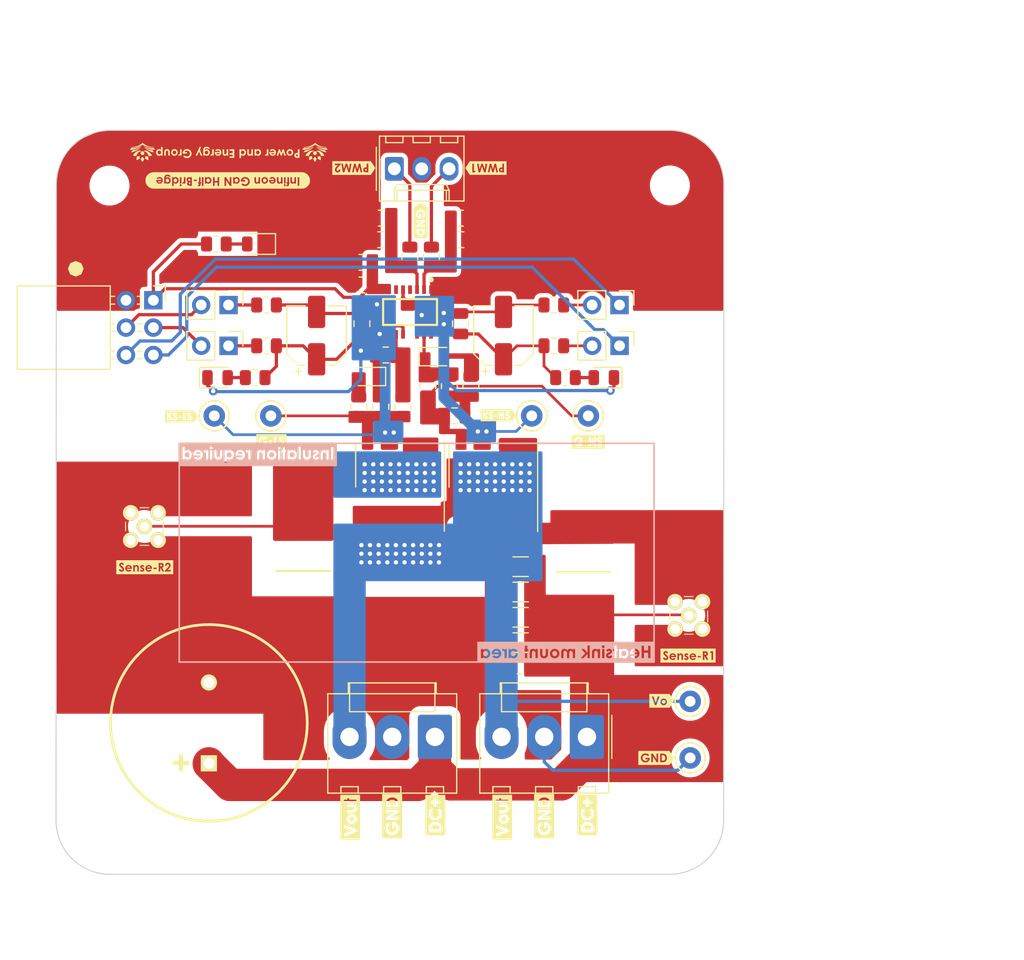
<source format=kicad_pcb>
(kicad_pcb (version 20241229) (generator "pcbnew") (generator_version "9.0")
  (title_block (comment 4 "AISLER Project ID: ZPYPMIGU"))
  (layers (0 "F.Cu" mixed) (2 "B.Cu" mixed) (13 "F.Paste" user) (15 "B.Paste" user) (5 "F.SilkS" user "F.Silkscreen") (7 "B.SilkS" user "B.Silkscreen") (1 "F.Mask" user) (3 "B.Mask" user) (25 "Edge.Cuts" user))
  (net 0 "")
  (net 1 "GND")
  (net 2 "+3.3V")
  (net 3 "VCCA")
  (net 4 "VCCB")
  (net 5 "GND1")
  (net 6 "LED1")
  (net 7 "Net-(C5-Pad1)")
  (net 8 "Net-(D2-K)")
  (net 9 "GND2")
  (net 10 "OUTA")
  (net 11 "GND3")
  (net 12 "Net-(Q1-G)")
  (net 13 "Net-(D1-A)")
  (net 14 "Net-(D2-A)")
  (net 15 "Net-(D5-A)")
  (net 16 "Net-(D6-A)")
  (net 17 "Net-(D7-A)")
  (net 18 "Net-(J8-Pin_2)")
  (net 19 "Net-(J7-Pin_1)")
  (net 20 "HVDC+")
  (net 21 "PWM1")
  (net 22 "PWM2")
  (net 23 "OUTB")
  (net 24 "gnd-1")
  (net 25 "LED2")
  (net 26 "gnd-2")
  (net 27 "Net-(J6-Pin_1)")
  (net 28 "Net-(J5-Pin_2)")
  (net 30 "Net-(J9-Pad2)")
  (net 31 "Net-(J10-Pad1)")
  (net 32 "Net-(J1-Pin_3)")
  (net 33 "Net-(J2-Pin_1)")
  (net 34 "Net-(J2-Pin_3)")
  (net 35 "Net-(Q2-G)")
  (footprint "LED_SMD:LED_0805_2012Metric" (layer "F.Cu") (at 124.525 58.31 180)
    (property "Reference" "D5" (hide yes))
    (property "Value" "LED")
  )
  (footprint "Connector_Molex:Molex_KK-254_AE-6410-03A_1x03_P2.54mm_Vertical" (layer "F.Cu") (at 137.235 51.33)
    (property "Reference" "J2" (hide yes))
    (property "Value" "PWM")
  )
  (footprint "MountingHole:MountingHole_3.2mm_M3" (layer "F.Cu") (at 162.794466 52.874466)
    (property "Reference" "H3" (hide yes))
    (property "Value" "MountingHole")
  )
  (footprint "kibuzzard-63FF1A06" (layer "F.Cu") (at 133.48 51.26 180)
    (property "Reference" "kibuzzard-63FF1A06" (hide yes))
    (property "Value" "G***" (hide yes))
  )
  (footprint "kibuzzard-640A1BC5" (layer "F.Cu") (at 117.48 74.31)
    (property "Reference" "kibuzzard-640A1BC5" (hide yes))
    (property "Value" "G***" (hide yes))
  )
  (footprint "Resistor_SMD:R_0805_2012Metric" (layer "F.Cu") (at 143.405 55.91)
    (property "Reference" "R16" (hide yes))
    (property "Value" "10k")
  )
  (footprint "Connector_PinHeader_2.54mm:PinHeader_1x02_P2.54mm_Vertical" (layer "F.Cu") (at 121.855 67.76 -90)
    (property "Reference" "J6" (hide yes))
    (property "Value" "5V")
  )
  (footprint "EKXL451ELL101MM30S:CAPPRD750W80D1825H3200" (layer "F.Cu") (at 120.03 106.51 90)
    (property "Reference" "C10" (hide yes))
    (property "Value" "100uF/450V" (hide yes))
  )
  (footprint "Resistor_SMD:R_0805_2012Metric" (layer "F.Cu") (at 124.325 70.71)
    (property "Reference" "R12" (hide yes))
    (property "Value" "4.7k")
  )
  (footprint "Capacitor_SMD:CP_Elec_5x5.3" (layer "F.Cu") (at 130.025 66.81 90)
    (property "Reference" "C16" (hide yes))
    (property "Value" "10uF/35V")
  )
  (footprint "2EDF7275K:TFLGA65P500X500X106-14_13N-V" (layer "F.Cu") (at 138.6925 64.62 -90)
    (property "Reference" "IC1" (hide yes))
    (property "Value" "2EDF7275KXUMA1")
  )
  (footprint "kibuzzard-63FF19FC" (layer "F.Cu") (at 145.73 51.26 180)
    (property "Reference" "kibuzzard-63FF19FC" (hide yes))
    (property "Value" "G***" (hide yes))
  )
  (footprint "Resistor_SMD:R_0805_2012Metric" (layer "F.Cu") (at 148.88 97.46 180)
    (property "Reference" "R8" (hide yes))
    (property "Value" "500k")
  )
  (footprint "Capacitor_SMD:C_0805_2012Metric" (layer "F.Cu") (at 134.225 62.11)
    (property "Reference" "C1" (hide yes))
    (property "Value" "100nF")
  )
  (footprint "Capacitor_SMD:C_1206_3216Metric" (layer "F.Cu") (at 148.955 88.26 180)
    (property "Reference" "C9" (hide yes))
    (property "Value" "100nF/450V")
  )
  (footprint "TestPoint:TestPoint_Keystone_5000-5004_Miniature" (layer "F.Cu") (at 149.98 74.26)
    (property "Reference" "TP5" (hide yes))
    (property "Value" "TestPoint_Alt")
  )
  (footprint "kibuzzard-640A15B0" (layer "F.Cu") (at 151.13 111.41 90)
    (property "Reference" "kibuzzard-640A15B0" (hide yes))
    (property "Value" "G***" (hide yes))
  )
  (footprint "MMCX-J-P-H-ST-TH1:MMCXJPHSTTH1" (layer "F.Cu") (at 163.28 91.51)
    (property "Reference" "J9" (hide yes))
    (property "Value" "MMCX-J-P-H-ST-TH1" (hide yes))
  )
  (footprint "Resistor_SMD:R_0805_2012Metric" (layer "F.Cu") (at 125.38 63.97)
    (property "Reference" "FB2" (hide yes))
    (property "Value" "fb")
  )
  (footprint "Resistor_SMD:R_0805_2012Metric" (layer "F.Cu") (at 138.675 59.51 -90)
    (property "Reference" "R13" (hide yes))
    (property "Value" "100")
  )
  (footprint "Resistor_SMD:R_0805_2012Metric" (layer "F.Cu") (at 138.03 73.41 -90)
    (property "Reference" "R1" (hide yes))
    (property "Value" "470")
  )
  (footprint "logo:IITDh logo" (layer "F.Cu") (at 129.88 49.806137 180)
    (property "Reference" "G***" (hide yes))
    (property "Value" "LOGO" (hide yes))
  )
  (footprint "Resistor_SMD:R_0805_2012Metric" (layer "F.Cu") (at 140.3425 71.51 -90)
    (property "Reference" "R3" (hide yes))
    (property "Value" "470")
  )
  (footprint "Capacitor_SMD:C_1206_3216Metric" (layer "F.Cu") (at 148.955 90.61 180)
    (property "Reference" "C8" (hide yes))
    (property "Value" "100nF/450V")
  )
  (footprint "LED_SMD:LED_0805_2012Metric" (layer "F.Cu") (at 156.6725 70.71 180)
    (property "Reference" "D6" (hide yes))
    (property "Value" "LED")
  )
  (footprint "TestPoint:TestPoint_Keystone_5000-5004_Miniature" (layer "F.Cu") (at 164.68 100.76)
    (property "Reference" "TP4" (hide yes))
    (property "Value" "TestPoint_Alt")
  )
  (footprint "Resistor_SMD:R_0805_2012Metric" (layer "F.Cu") (at 120.725 58.31 180)
    (property "Reference" "R10" (hide yes))
    (property "Value" "4.7k")
  )
  (footprint "Package_SON:Infineon_PG-LSON-8-1" (layer "F.Cu") (at 146.42 80.89 90)
    (property "Reference" "Q1" (hide yes))
    (property "Value" "IGLD60R190D1")
  )
  (footprint "Resistor_SMD:R_0805_2012Metric" (layer "F.Cu") (at 142.3425 71.51 -90)
    (property "Reference" "R2" (hide yes))
    (property "Value" "10")
  )
  (footprint "kibuzzard-640A1BB7" (layer "F.Cu") (at 146.88 74.21)
    (property "Reference" "kibuzzard-640A1BB7" (hide yes))
    (property "Value" "G***" (hide yes))
  )
  (footprint "Connector_PinHeader_2.54mm:PinHeader_1x02_P2.54mm_Vertical" (layer "F.Cu") (at 121.855 63.97 -90)
    (property "Reference" "J7" (hide yes))
    (property "Value" "GND")
  )
  (footprint "Resistor_SMD:R_0805_2012Metric" (layer "F.Cu") (at 144.3425 71.51 -90)
    (property "Reference" "R5" (hide yes))
    (property "Value" "5.1")
  )
  (footprint "Capacitor_SMD:C_0805_2012Metric" (layer "F.Cu") (at 143.425 57.91 180)
    (property "Reference" "C14" (hide yes))
    (property "Value" "100nF")
  )
  (footprint "Resistor_SMD:R_0805_2012Metric" (layer "F.Cu") (at 152.03 63.97)
    (property "Reference" "FB1" (hide yes))
    (property "Value" "fb")
  )
  (footprint "Resistor_SMD:R_0805_2012Metric" (layer "F.Cu") (at 152.03 67.76)
    (property "Reference" "FB4" (hide yes))
    (property "Value" "fb")
  )
  (footprint "Resistor_SMD:R_0805_2012Metric" (layer "F.Cu") (at 135.98 73.41 -90)
    (property "Reference" "R4" (hide yes))
    (property "Value" "10")
  )
  (footprint "Resistor_SMD:R_0805_2012Metric" (layer "F.Cu") (at 153.1125 70.71 180)
    (property "Reference" "R11" (hide yes))
    (property "Value" "4.7k")
  )
  (footprint "kibuzzard-640A15B9" (layer "F.Cu") (at 137.03 111.41 90)
    (property "Reference" "kibuzzard-640A15B9" (hide yes))
    (property "Value" "G***" (hide yes))
  )
  (footprint "Capacitor_SMD:C_0805_2012Metric" (layer "F.Cu") (at 135.955 57.91)
    (property "Reference" "C13" (hide yes))
    (property "Value" "100nF")
  )
  (footprint "kibuzzard-63FF1A39" (layer "F.Cu") (at 114.08 88.31)
    (property "Reference" "kibuzzard-63FF1A39" (hide yes))
    (property "Value" "G***" (hide yes))
  )
  (footprint "kibuzzard-63EDDA14" (layer "F.Cu") (at 107.68 60.61)
    (property "Reference" "kibuzzard-63EDDA14" (hide yes))
    (property "Value" "G***" (hide yes))
  )
  (footprint "Connector_PinSocket_2.54mm:PinSocket_2x03_P2.54mm_Horizontal" (layer "F.Cu") (at 114.88 63.53)
    (property "Reference" "J4" (hide yes))
    (property "Value" "Conn_02x03_Odd_Even")
  )
  (footprint "Connector_PinHeader_2.54mm:PinHeader_1x02_P2.54mm_Vertical" (layer "F.Cu") (at 158.13 67.76 -90)
    (property "Reference" "J5" (hide yes))
    (property "Value" "5V")
  )
  (footprint "Capacitor_SMD:C_0805_2012Metric" (layer "F.Cu") (at 142.83 74.26 180)
    (property "Reference" "C5" (hide yes))
    (property "Value" "2.2nF")
  )
  (footprint "kibuzzard-640A15A1" (layer "F.Cu") (at 161.53 106.01)
    (property "Reference" "kibuzzard-640A15A1" (hide yes))
    (property "Value" "G***" (hide yes))
  )
  (footprint "kibuzzard-63EE9044" (layer "F.Cu") (at 155.14 111.315 90)
    (property "Reference" "kibuzzard-63EE9044" (hide yes))
    (property "Value" "G***" (hide yes))
  )
  (footprint "kibuzzard-63EE9044" (layer "F.Cu") (at 141.04 111.315 90)
    (property "Reference" "kibuzzard-63EE9044" (hide yes))
    (property "Value" "G***" (hide yes))
  )
  (footprint "footprint:RESC10052X50N" (layer "F.Cu") (at 128.78 88.66 -90)
    (property "Reference" "R9" (hide yes))
    (property "Value" "WSLP3921L1000FEA" (hide yes))
  )
  (footprint "MountingHole:MountingHole_3.2mm_M3" (layer "F.Cu") (at 110.808932 52.888932)
    (property "Reference" "H4" (hide yes))
    (property "Value" "MountingHole")
  )
  (footprint "Package_SON:Infineon_PG-LSON-8-1" (layer "F.Cu") (at 137.76 80.86 90)
    (property "Reference" "Q2" (hide yes))
    (property "Value" "IGLD60R190D1")
  )
  (footprint "Diode_SMD:D_SOD-323" (layer "F.Cu") (at 134.93 70.61 180)
    (property "Reference" "D2" (hide yes))
    (property "Value" "BAT165")
  )
  (footprint "Capacitor_SMD:C_0805_2012Metric" (layer "F.Cu") (at 136.4425 68.61 180)
    (property "Reference" "C4" (hide yes))
    (property "Value" "2.2nF")
  )
  (footprint "Connector_Molex:Molex_KK-396_A-41791-0003_1x03_P3.96mm_Vertical" (layer "F.Cu") (at 141 104.06 180)
    (property "Reference" "J3" (hide yes))
    (property "Value" "HVDC")
  )
  (footprint "kibuzzard-63EDD5C6" (layer "F.Cu") (at 125.83 76.61)
    (property "Reference" "kibuzzard-63EDD5C6" (hide yes))
    (property "Value" "G***" (hide yes))
  )
  (footprint "Resistor_SMD:R_0805_2012Metric" (layer "F.Cu") (at 140.675 59.51 -90)
    (property "Reference" "R14" (hide yes))
    (property "Value" "100")
  )
  (footprint "TestPoint:TestPoint_Keystone_5000-5004_Miniature" (layer "F.Cu") (at 125.78 74.26)
    (property "Reference" "TP2" (hide yes))
    (property "Value" "TestPoint_Alt")
  )
  (footprint "MMCX-J-P-H-ST-TH1:MMCXJPHSTTH1" (layer "F.Cu") (at 112.78 83.26)
    (property "Reference" "J10" (hide yes))
    (property "Value" "MMCX-J-P-H-ST-TH1" (hide yes))
  )
  (footprint "LED_SMD:LED_0805_2012Metric" (layer "F.Cu") (at 120.8375 70.71)
    (property "Reference" "D7" (hide yes))
    (property "Value" "LED")
  )
  (footprint "kibuzzard-63FF19DB" (layer "F.Cu") (at 139.675 56.11 -90)
    (property "Reference" "kibuzzard-63FF19DB" (hide yes))
    (property "Value" "G***" (hide yes))
  )
  (footprint "Resistor_SMD:R_0805_2012Metric" (layer "F.Cu") (at 135.975 55.91 180)
    (property "Reference" "R15" (hide yes))
    (property "Value" "10k")
  )
  (footprint "TestPoint:TestPoint_Keystone_5000-5004_Miniature" (layer "F.Cu") (at 155.23 74.26)
    (property "Reference" "TP1" (hide yes))
    (property "Value" "TestPoint_Alt")
  )
  (footprint "kibuzzard-63EE9091" (layer "F.Cu") (at 133.14 111.515 90)
    (property "Reference" "kibuzzard-63EE9091" (hide yes))
    (property "Value" "G***" (hide yes))
  )
  (footprint "kibuzzard-63EDD5E0" (layer "F.Cu") (at 155.225 76.66)
    (property "Reference" "kibuzzard-63EDD5E0" (hide yes))
    (property "Value" "G***" (hide yes))
  )
  (footprint "Capacitor_SMD:C_1206_3216Metric" (layer "F.Cu") (at 148.955 95.31 180)
    (property "Reference" "C7" (hide yes))
    (property "Value" "100nF/450V")
  )
  (footprint "kibuzzard-63EDD791" (layer "F.Cu") (at 164.48 96.51)
    (property "Reference" "kibuzzard-63EDD791" (hide yes))
    (property "Value" "G***" (hide yes))
  )
  (footprint "kibuzzard-63FF2B27" (layer "F.Cu") (at 117.43 106.46)
    (property "Reference" "kibuzzard-63FF2B27" (hide yes))
    (property "Value" "G***" (hide yes))
  )
  (footprint "footprint:RESC10052X50N" (layer "F.Cu") (at 154.78 88.77 -90)
    (property "Reference" "R7" (hide yes))
    (property "Value" "WSLP3921L1000FEA" (hide yes))
  )
  (footprint "kibuzzard-63EE9091" (layer "F.Cu") (at 147.24 111.515 90)
    (property "Reference" "kibuzzard-63EE9091" (hide yes))
    (property "Value" "G***" (hide yes))
  )
  (footprint "Diode_SMD:D_SOD-323" (layer "F.Cu") (at 141.0475 68.76)
    (property "Reference" "D1" (hide yes))
    (property "Value" "BAT165")
  )
  (footprint "Connector_Molex:Molex_KK-396_A-41791-0003_1x03_P3.96mm_Vertical" (layer "F.Cu") (at 155.1 104.06 180)
    (property "Reference" "J1" (hide yes))
    (property "Value" "HVDC")
  )
  (footprint "MountingHole:MountingHole_3.2mm_M3" (layer "F.Cu") (at 162.78 111.81)
    (property "Reference" "H1" (hide yes))
    (property "Value" "MountingHole")
  )
  (footprint "Capacitor_SMD:C_0805_2012Metric" (layer "F.Cu") (at 134.225 65.71 -90)
    (property "Reference" "C3" (hide yes))
    (property "Value" "1uF")
  )
  (footprint "kibuzzard-640AA4D3" (layer "F.Cu") (at 121.78 52.41 180)
    (property "Reference" "kibuzzard-640AA4D3" (hide yes))
    (property "Value" "G***" (hide yes))
  )
  (footprint "Capacitor_SMD:C_0805_2012Metric" (layer "F.Cu") (at 134.225 60.01)
    (property "Reference" "C11" (hide yes))
    (property "Value" "100nF")
  )
  (footprint "kibuzzard-640AA404" (layer "F.Cu") (at 121.78 49.809999 180)
    (property "Reference" "kibuzzard-640AA404" (hide yes))
    (property "Value" "G***" (hide yes))
  )
  (footprint "Connector_PinHeader_2.54mm:PinHeader_1x02_P2.54mm_Vertical" (layer "F.Cu") (at 158.125 63.97 -90)
    (property "Reference" "J8" (hide yes))
    (property "Value" "GND")
  )
  (footprint "logo:IITDh logo" (layer "F.Cu") (at 113.88 49.806137 180)
    (property "Reference" "G***" (hide yes))
    (property "Value" "LOGO" (hide yes))
  )
  (footprint "TestPoint:TestPoint_Keystone_5000-5004_Miniature" (layer "F.Cu") (at 164.68 106.01)
    (property "Reference" "TP6" (hide yes))
    (property "Value" "TestPoint_Alt")
  )
  (footprint "Resistor_SMD:R_0805_2012Metric" (layer "F.Cu") (at 125.38 67.76 180)
    (property "Reference" "FB3" (hide yes))
    (property "Value" "fb")
  )
  (footprint "Capacitor_SMD:C_0805_2012Metric" (layer "F.Cu") (at 143.375 65.71 -90)
    (property "Reference" "C2" (hide yes))
    (property "Value" "1uF")
  )
  (footprint "TestPoint:TestPoint_Keystone_5000-5004_Miniature" (layer "F.Cu") (at 120.53 74.26)
    (property "Reference" "TP3" (hide yes))
    (property "Value" "TestPoint_Alt")
  )
  (footprint "Capacitor_SMD:CP_Elec_5x5.3" (layer "F.Cu") (at 147.3625 66.81 90)
    (property "Reference" "C15" (hide yes))
    (property "Value" "10uF/35V")
  )
  (footprint "MountingHole:MountingHole_3.2mm_M3" (layer "F.Cu") (at 110.88 111.81)
    (property "Reference" "H2" (hide yes))
    (property "Value" "MountingHole")
  )
  (footprint "kibuzzard-640A14F1" (layer "F.Cu") (at 162.039726 100.71)
    (property "Reference" "kibuzzard-640A14F1" (hide yes))
    (property "Value" "G***" (hide yes))
  )
  (footprint "Capacitor_SMD:C_1206_3216Metric" (layer "F.Cu") (at 148.955 92.96 180)
    (property "Reference" "C6" (hide yes))
    (property "Value" "100nF/450V")
  )
  (footprint "Resistor_SMD:R_0805_2012Metric" (layer "F.Cu") (at 133.93 73.41 -90)
    (property "Reference" "R6" (hide yes))
    (property "Value" "5.1")
  )
  (footprint "kibuzzard-63FF27E9" (layer "B.Cu") (at 153.13 96.16 180)
    (property "Reference" "kibuzzard-63FF27E9" (hide yes))
    (property "Value" "G***" (hide yes))
  )
  (footprint "kibuzzard-63FF2952" (layer "B.Cu") (at 124.58 77.86 180)
    (property "Reference" "kibuzzard-63FF2952" (hide yes))
    (property "Value" "G***" (hide yes))
  )
  (gr_rect (start 117.28 76.81) (end 161.33 97.11) (stroke (width 0.15)) (fill no) (layer "B.SilkS"))
  (gr_line (start 167.78 111.81) (end 167.808932 52.774466) (stroke (width 0.1)) (layer "Edge.Cuts"))
  (gr_line (start 110.88 47.76) (end 162.794466 47.76) (stroke (width 0.1)) (layer "Edge.Cuts"))
  (gr_line (start 105.88 52.76) (end 105.851068 111.81) (stroke (width 0.1)) (layer "Edge.Cuts"))
  (gr_arc (start 110.851068 116.81) (mid 107.315524 115.345544) (end 105.851068 111.81) (stroke (width 0.1)) (layer "Edge.Cuts"))
  (gr_arc (start 105.88 52.76) (mid 107.344466 49.224466) (end 110.88 47.76) (stroke (width 0.1)) (layer "Edge.Cuts"))
  (gr_line (start 110.851068 116.81) (end 162.78 116.81) (stroke (width 0.1)) (layer "Edge.Cuts"))
  (gr_arc (start 167.78 111.81) (mid 166.315544 115.345544) (end 162.78 116.81) (stroke (width 0.1)) (layer "Edge.Cuts"))
  (gr_arc (start 162.794466 47.76) (mid 166.336031 49.232921) (end 167.808932 52.774466) (stroke (width 0.1)) (layer "Edge.Cuts"))
  (segment (start 138.0425 63.5725) (end 138.18 63.71) (width 0.3) (layer "F.Cu") (net 1))
  (segment (start 138.0425 62.545) (end 138.0425 63.5725) (width 0.3) (layer "F.Cu") (net 1))
  (segment (start 131.73 62.46) (end 115.95 62.46) (width 0.3) (layer "F.Cu") (net 2))
  (segment (start 132.53 63.26) (end 131.73 62.46) (width 0.3) (layer "F.Cu") (net 2))
  (segment (start 115.95 62.46) (end 114.88 63.53) (width 0.3) (layer "F.Cu") (net 2))
  (segment (start 114.88 63.53) (end 114.88 60.9) (width 0.3) (layer "F.Cu") (net 2))
  (segment (start 119.8125 58.31) (end 117.47 58.31) (width 0.3) (layer "F.Cu") (net 2))
  (segment (start 114.88 60.9) (end 117.47 58.31) (width 0.3) (layer "F.Cu") (net 2))
  (segment (start 135.175 62.11) (end 134.025 63.26) (width 0.3) (layer "F.Cu") (net 2))
  (segment (start 134.025 63.26) (end 132.53 63.26) (width 0.3) (layer "F.Cu") (net 2))
  (segment (start 156.63 66.26) (end 155.83 66.26) (width 0.3) (layer "B.Cu") (net 3))
  (segment (start 150.03 60.46) (end 120.73 60.46) (width 0.3) (layer "B.Cu") (net 3))
  (segment (start 155.83 66.26) (end 150.03 60.46) (width 0.3) (layer "B.Cu") (net 3))
  (segment (start 158.13 67.76) (end 156.63 66.26) (width 0.3) (layer "B.Cu") (net 3))
  (segment (start 120.73 60.46) (end 117.98 63.21) (width 0.3) (layer "B.Cu") (net 3))
  (segment (start 117.98 66.910001) (end 116.28 68.61) (width 0.3) (layer "B.Cu") (net 3))
  (segment (start 117.98 63.21) (end 117.98 66.910001) (width 0.3) (layer "B.Cu") (net 3))
  (segment (start 116.28 68.61) (end 114.88 68.61) (width 0.3) (layer "B.Cu") (net 3))
  (segment (start 117.625 66.07) (end 119.315 67.76) (width 0.3) (layer "F.Cu") (net 4))
  (segment (start 114.88 66.07) (end 117.625 66.07) (width 0.3) (layer "F.Cu") (net 4))
  (segment (start 113.64 67.31) (end 112.34 68.61) (width 0.3) (layer "B.Cu") (net 5))
  (segment (start 117.38 66.51) (end 116.58 67.31) (width 0.3) (layer "B.Cu") (net 5))
  (segment (start 116.58 67.31) (end 113.64 67.31) (width 0.3) (layer "B.Cu") (net 5))
  (segment (start 153.865 59.71) (end 120.63 59.71) (width 0.3) (layer "B.Cu") (net 5))
  (segment (start 117.38 62.96) (end 117.38 66.51) (width 0.3) (layer "B.Cu") (net 5))
  (segment (start 158.125 63.97) (end 153.865 59.71) (width 0.3) (layer "B.Cu") (net 5))
  (segment (start 120.63 59.71) (end 117.38 62.96) (width 0.3) (layer "B.Cu") (net 5))
  (segment (start 151.1175 67.76) (end 151.1175 69.6275) (width 0.25) (layer "F.Cu") (net 6))
  (segment (start 148.6125 67.76) (end 147.3625 69.01) (width 0.25) (layer "F.Cu") (net 6))
  (segment (start 145.0125 66.66) (end 147.3625 69.01) (width 0.3) (layer "F.Cu") (net 6))
  (segment (start 143.34 66.695) (end 140.6425 66.695) (width 0.3) (layer "F.Cu") (net 6))
  (segment (start 143.375 66.66) (end 145.0125 66.66) (width 0.3) (layer "F.Cu") (net 6))
  (segment (start 151.1175 67.76) (end 148.6125 67.76) (width 0.25) (layer "F.Cu") (net 6))
  (segment (start 143.375 66.66) (end 143.34 66.695) (width 0.3) (layer "F.Cu") (net 6))
  (segment (start 151.1175 69.6275) (end 152.2 70.71) (width 0.25) (layer "F.Cu") (net 6))
  (segment (start 118.415 64.87) (end 113.54 64.87) (width 0.3) (layer "F.Cu") (net 9))
  (segment (start 113.54 64.87) (end 112.34 66.07) (width 0.3) (layer "F.Cu") (net 9))
  (segment (start 119.315 63.97) (end 118.415 64.87) (width 0.3) (layer "F.Cu") (net 9))
  (segment (start 139.9925 68.755) (end 139.9975 68.76) (width 0.3) (layer "F.Cu") (net 10))
  (segment (start 139.9925 66.695) (end 139.9925 68.755) (width 0.3) (layer "F.Cu") (net 10))
  (segment (start 163.53 107.16) (end 164.68 106.01) (width 0.3) (layer "B.Cu") (net 11))
  (segment (start 151.93 107.16) (end 163.53 107.16) (width 0.3) (layer "B.Cu") (net 11))
  (segment (start 151.14 104.06) (end 151.14 106.37) (width 0.3) (layer "B.Cu") (net 11))
  (segment (start 151.14 106.37) (end 151.93 107.16) (width 0.3) (layer "B.Cu") (net 11))
  (segment (start 155.23 74.26) (end 153.68 74.26) (width 0.25) (layer "F.Cu") (net 12))
  (segment (start 153.68 74.26) (end 150.93 71.51) (width 0.25) (layer "F.Cu") (net 12))
  (segment (start 150.93 71.51) (end 141.255 71.51) (width 0.25) (layer "F.Cu") (net 12))
  (segment (start 141.255 71.51) (end 140.3425 72.4225) (width 0.25) (layer "F.Cu") (net 12))
  (segment (start 121.6375 58.31) (end 123.5875 58.31) (width 0.3) (layer "F.Cu") (net 15))
  (segment (start 154.025 70.71) (end 155.735 70.71) (width 0.3) (layer "F.Cu") (net 16))
  (segment (start 123.4125 70.71) (end 121.775 70.71) (width 0.3) (layer "F.Cu") (net 17))
  (segment (start 155.585 63.97) (end 152.9425 63.97) (width 0.25) (layer "F.Cu") (net 18))
  (segment (start 121.855 63.97) (end 124.4675 63.97) (width 0.3) (layer "F.Cu") (net 19))
  (segment (start 139.39 108.515) (end 141 106.905) (width 3) (layer "F.Cu") (net 20))
  (segment (start 155.1 106.105) (end 155.1 104.06) (width 3) (layer "F.Cu") (net 20))
  (segment (start 164.502 92.732) (end 154.968 92.732) (width 0.25) (layer "F.Cu") (net 20))
  (segment (start 164.55 92.78) (end 164.502 92.732) (width 0.25) (layer "F.Cu") (net 20))
  (segment (start 141 104.06) (end 141 106.975) (width 3) (layer "F.Cu") (net 20))
  (segment (start 152.74 108.465) (end 155.1 106.105) (width 3) (layer "F.Cu") (net 20))
  (segment (start 141 106.975) (end 142.49 108.465) (width 3) (layer "F.Cu") (net 20))
  (segment (start 121.985 108.515) (end 120.03 106.56) (width 3) (layer "F.Cu") (net 20))
  (segment (start 142.49 108.465) (end 152.74 108.465) (width 3) (layer "F.Cu") (net 20))
  (segment (start 120.03 106.56) (end 120.03 106.51) (width 3) (layer "F.Cu") (net 20))
  (segment (start 141 106.905) (end 141 104.06) (width 3) (layer "F.Cu") (net 20))
  (segment (start 121.985 108.515) (end 139.39 108.515) (width 3) (layer "F.Cu") (net 20))
  (segment (start 154.968 92.732) (end 154.78 92.92) (width 0.25) (layer "F.Cu") (net 20))
  (segment (start 139.9925 61.105) (end 140.675 60.4225) (width 0.3) (layer "F.Cu") (net 21))
  (segment (start 139.9925 62.545) (end 139.9925 61.105) (width 0.3) (layer "F.Cu") (net 21))
  (segment (start 139.3425 61.09) (end 138.675 60.4225) (width 0.3) (layer "F.Cu") (net 22))
  (segment (start 139.3425 62.545) (end 139.3425 61.09) (width 0.3) (layer "F.Cu") (net 22))
  (segment (start 137.3925 66.695) (end 137.3925 68.61) (width 0.3) (layer "F.Cu") (net 23))
  (segment (start 139.775 64.91) (end 139.3425 65.3425) (width 0.25) (layer "F.Cu") (net 24))
  (segment (start 141.875 64.76) (end 143.875 64.76) (width 0.25) (layer "F.Cu") (net 24))
  (segment (start 151.1175 63.97) (end 148.0025 63.97) (width 0.25) (layer "F.Cu") (net 24))
  (segment (start 144.025 64.61) (end 147.3625 64.61) (width 0.25) (layer "F.Cu") (net 24))
  (segment (start 141.825 64.71) (end 141.875 64.76) (width 0.25) (layer "F.Cu") (net 24))
  (segment (start 157.28 71.91) (end 157.61 71.58) (width 0.3) (layer "F.Cu") (net 24))
  (segment (start 139.3425 65.3425) (end 139.3425 66.695) (width 0.25) (layer "F.Cu") (net 24))
  (segment (start 157.61 71.58) (end 157.61 70.71) (width 0.3) (layer "F.Cu") (net 24))
  (segment (start 141.625 64.91) (end 139.775 64.91) (width 0.3) (layer "F.Cu") (net 24))
  (segment (start 148.0025 63.97) (end 147.3625 64.61) (width 0.25) (layer "F.Cu") (net 24))
  (segment (start 141.825 64.71) (end 141.825 65.76) (width 0.3) (layer "F.Cu") (net 24))
  (segment (start 141.825 64.71) (end 141.625 64.91) (width 0.3) (layer "F.Cu") (net 24))
  (segment (start 143.875 64.76) (end 144.025 64.61) (width 0.25) (layer "F.Cu") (net 24))
  (via (at 145.78 75.71) (size 0.8) (drill 0.4) (layers "F.Cu" "B.Cu") (net 24))
  (via (at 144.98 75.71) (size 0.8) (drill 0.4) (layers "F.Cu" "B.Cu") (net 24))
  (via (at 139.775 64.91) (size 0.8) (drill 0.4) (layers "F.Cu" "B.Cu") (net 24))
  (via (at 141.825 64.71) (size 0.8) (drill 0.4) (layers "F.Cu" "B.Cu") (net 24))
  (via (at 141.825 65.76) (size 0.8) (drill 0.4) (layers "F.Cu" "B.Cu") (net 24))
  (via (at 157.28 71.91) (size 0.8) (drill 0.4) (layers "F.Cu" "B.Cu") (net 24))
  (segment (start 141.825 65.76) (end 141.825 71.21) (width 1) (layer "B.Cu") (net 24))
  (segment (start 141.825 71.21) (end 141.825 72.555) (width 1) (layer "B.Cu") (net 24))
  (segment (start 148.53 75.71) (end 145.78 75.71) (width 0.25) (layer "B.Cu") (net 24))
  (segment (start 142.98 71.91) (end 142.28 71.21) (width 0.3) (layer "B.Cu") (net 24))
  (segment (start 141.825 72.555) (end 144.98 75.71) (width 1) (layer "B.Cu") (net 24))
  (segment (start 142.28 71.21) (end 141.825 71.21) (width 0.3) (layer "B.Cu") (net 24))
  (segment (start 149.98 74.26) (end 148.53 75.71) (width 0.25) (layer "B.Cu") (net 24))
  (segment (start 157.28 71.91) (end 142.98 71.91) (width 0.3) (layer "B.Cu") (net 24))
  (segment (start 126.2925 69.655) (end 125.2375 70.71) (width 0.3) (layer "F.Cu") (net 25))
  (segment (start 128.775 67.76) (end 130.025 69.01) (width 0.3) (layer "F.Cu") (net 25))
  (segment (start 138.0425 66.07) (end 138.0425 66.695) (width 0.3) (layer "F.Cu") (net 25))
  (segment (start 126.2925 67.76) (end 126.2925 69.655) (width 0.3) (layer "F.Cu") (net 25))
  (segment (start 130.025 69.01) (end 131.875 69.01) (width 0.3) (layer "F.Cu") (net 25))
  (segment (start 134.225 66.66) (end 134.975 65.91) (width 0.3) (layer "F.Cu") (net 25))
  (segment (start 134.975 65.91) (end 137.8825 65.91) (width 0.3) (layer "F.Cu") (net 25))
  (segment (start 137.8825 65.91) (end 138.0425 66.07) (width 0.3) (layer "F.Cu") (net 25))
  (segment (start 126.2925 67.76) (end 128.775 67.76) (width 0.3) (layer "F.Cu") (net 25))
  (segment (start 131.875 69.01) (end 134.225 66.66) (width 0.3) (layer "F.Cu") (net 25))
  (segment (start 129.385 63.97) (end 130.025 64.61) (width 0.3) (layer "F.Cu") (net 26))
  (segment (start 134.225 64.76) (end 130.175 64.76) (width 0.3) (layer "F.Cu") (net 26))
  (segment (start 135.798528 66.66) (end 135.875 66.66) (width 0.3) (layer "F.Cu") (net 26))
  (segment (start 134.225 64.76) (end 134.775 64.76) (width 0.3) (layer "F.Cu") (net 26))
  (segment (start 135.875 66.66) (end 135.91 66.695) (width 0.25) (layer "F.Cu") (net 26))
  (segment (start 134.13 68.21) (end 134.248528 68.21) (width 0.3) (layer "F.Cu") (net 26))
  (segment (start 119.9 71.43) (end 119.9 70.71) (width 0.3) (layer "F.Cu") (net 26))
  (segment (start 130.175 64.76) (end 130.025 64.61) (width 0.3) (layer "F.Cu") (net 26))
  (segment (start 126.2925 63.97) (end 129.385 63.97) (width 0.3) (layer "F.Cu") (net 26))
  (segment (start 134.775 64.76) (end 135.625 63.91) (width 0.3) (layer "F.Cu") (net 26))
  (segment (start 134.248528 68.21) (end 135.798528 66.66) (width 0.3) (layer "F.Cu") (net 26))
  (segment (start 135.91 66.695) (end 136.7425 66.695) (width 0.25) (layer "F.Cu") (net 26))
  (segment (start 120.43 71.96) (end 119.9 71.43) (width 0.3) (layer "F.Cu") (net 26))
  (via (at 135.625 63.91) (size 0.8) (drill 0.4) (layers "F.Cu" "B.Cu") (net 26))
  (via (at 136.38 75.81) (size 0.8) (drill 0.4) (layers "F.Cu" "B.Cu") (net 26))
  (via (at 134.13 68.21) (size 0.8) (drill 0.4) (layers "F.Cu" "B.Cu") (net 26))
  (via (at 120.43 71.96) (size 0.8) (drill 0.4) (layers "F.Cu" "B.Cu") (net 26))
  (via (at 135.875 66.66) (size 0.8) (drill 0.4) (layers "F.Cu" "B.Cu") (net 26))
  (via (at 137.18 75.81) (size 0.8) (drill 0.4) (layers "F.Cu" "B.Cu") (net 26))
  (segment (start 122.28 76.01) (end 120.53 74.26) (width 0.25) (layer "B.Cu") (net 26))
  (segment (start 136.38 75.81) (end 136.38 68.71) (width 1) (layer "B.Cu") (net 26))
  (segment (start 136.18 76.01) (end 136.38 75.81) (width 0.25) (layer "B.Cu") (net 26))
  (segment (start 120.43 71.96) (end 120.48 72.01) (width 0.3) (layer "B.Cu") (net 26))
  (segment (start 132.98 72.01) (end 134.13 70.86) (width 0.3) (layer "B.Cu") (net 26))
  (segment (start 120.48 72.01) (end 132.98 72.01) (width 0.3) (layer "B.Cu") (net 26))
  (segment (start 134.13 70.86) (end 134.13 68.21) (width 0.3) (layer "B.Cu") (net 26))
  (segment (start 136.18 76.01) (end 122.28 76.01) (width 0.25) (layer "B.Cu") (net 26))
  (segment (start 121.855 67.76) (end 124.4675 67.76) (width 0.3) (layer "F.Cu") (net 27))
  (segment (start 155.59 67.76) (end 152.9425 67.76) (width 0.25) (layer "F.Cu") (net 28))
  (segment (start 128.78 84.51) (end 114.07 84.51) (width 0.25) (layer "F.Cu") (net 31))
  (segment (start 137.55 79.96) (end 137.52 79.99) (width 0.25) (layer "F.Cu") (net 31))
  (segment (start 114.07 84.51) (end 114.05 84.53) (width 0.25) (layer "F.Cu") (net 31))
  (via (at 139.28 81.16) (size 0.8) (drill 0.4) (layers "F.Cu" "B.Cu") (net 31))
  (via (at 140.08 79.56) (size 0.8) (drill 0.4) (layers "F.Cu" "B.Cu") (net 31))
  (via (at 140.88 78.76) (size 0.8) (drill 0.4) (layers "F.Cu" "B.Cu") (net 31))
  (via (at 135.28 80.36) (size 0.8) (drill 0.4) (layers "F.Cu" "B.Cu") (net 31))
  (via (at 136.08 79.56) (size 0.8) (drill 0.4) (layers "F.Cu" "B.Cu") (net 31))
  (via (at 134.48 81.16) (size 0.8) (drill 0.4) (layers "F.Cu" "B.Cu") (net 31))
  (via (at 136.88 78.76) (size 0.8) (drill 0.4) (layers "F.Cu" "B.Cu") (net 31))
  (via (at 136.08 81.16) (size 0.8) (drill 0.4) (layers "F.Cu" "B.Cu") (net 31))
  (via (at 136.08 78.76) (size 0.8) (drill 0.4) (layers "F.Cu" "B.Cu") (net 31))
  (via (at 136.08 80.36) (size 0.8) (drill 0.4) (layers "F.Cu" "B.Cu") (net 31))
  (via (at 140.88 80.36) (size 0.8) (drill 0.4) (layers "F.Cu" "B.Cu") (net 31))
  (via (at 140.88 79.56) (size 0.8) (drill 0.4) (layers "F.Cu" "B.Cu") (net 31))
  (via (at 135.28 79.56) (size 0.8) (drill 0.4) (layers "F.Cu" "B.Cu") (net 31))
  (via (at 138.48 80.36) (size 0.8) (drill 0.4) (layers "F.Cu" "B.Cu") (net 31))
  (via (at 140.88 81.16) (size 0.8) (drill 0.4) (layers "F.Cu" "B.Cu") (net 31))
  (via (at 134.48 79.56) (size 0.8) (drill 0.4) (layers "F.Cu" "B.Cu") (net 31))
  (via (at 138.48 79.56) (size 0.8) (drill 0.4) (layers "F.Cu" "B.Cu") (net 31))
  (via (at 139.28 78.76) (size 0.8) (drill 0.4) (layers "F.Cu" "B.Cu") (net 31))
  (via (at 140.08 81.16) (size 0.8) (drill 0.4) (layers "F.Cu" "B.Cu") (net 31))
  (via (at 134.48 80.36) (size 0.8) (drill 0.4) (layers "F.Cu" "B.Cu") (net 31))
  (via (at 139.28 80.36) (size 0.8) (drill 0.4) (layers "F.Cu" "B.Cu") (net 31))
  (via (at 138.48 81.16) (size 0.8) (drill 0.4) (layers "F.Cu" "B.Cu") (net 31))
  (via (at 138.48 78.76) (size 0.8) (drill 0.4) (layers "F.Cu" "B.Cu") (net 31))
  (via (at 137.68 79.56) (size 0.8) (drill 0.4) (layers "F.Cu" "B.Cu") (net 31))
  (via (at 135.28 81.16) (size 0.8) (drill 0.4) (layers "F.Cu" "B.Cu") (net 31))
  (via (at 140.08 80.36) (size 0.8) (drill 0.4) (layers "F.Cu" "B.Cu") (net 31))
  (via (at 136.88 81.16) (size 0.8) (drill 0.4) (layers "F.Cu" "B.Cu") (net 31))
  (via (at 134.48 78.76) (size 0.8) (drill 0.4) (layers "F.Cu" "B.Cu") (net 31))
  (via (at 139.28 79.56) (size 0.8) (drill 0.4) (layers "F.Cu" "B.Cu") (net 31))
  (via (at 136.88 79.56) (size 0.8) (drill 0.4) (layers "F.Cu" "B.Cu") (net 31))
  (via (at 137.68 78.76) (size 0.8) (drill 0.4) (layers "F.Cu" "B.Cu") (net 31))
  (via (at 137.68 80.36) (size 0.8) (drill 0.4) (layers "F.Cu" "B.Cu") (net 31))
  (via (at 136.88 80.36) (size 0.8) (drill 0.4) (layers "F.Cu" "B.Cu") (net 31))
  (via (at 140.08 78.76) (size 0.8) (drill 0.4) (layers "F.Cu" "B.Cu") (net 31))
  (via (at 135.28 78.76) (size 0.8) (drill 0.4) (layers "F.Cu" "B.Cu") (net 31))
  (via (at 137.68 81.16) (size 0.8) (drill 0.4) (layers "F.Cu" "B.Cu") (net 31))
  (via (at 148.18 79.56) (size 0.8) (drill 0.4) (layers "F.Cu" "B.Cu") (net 32))
  (via (at 148.98 79.56) (size 0.8) (drill 0.4) (layers "F.Cu" "B.Cu") (net 32))
  (via (at 134.98 87.86) (size 0.8) (drill 0.4) (layers "F.Cu" "B.Cu") (net 32))
  (via (at 144.18 80.36) (size 0.8) (drill 0.4) (layers "F.Cu" "B.Cu") (net 32))
  (via (at 134.98 87.06) (size 0.8) (drill 0.4) (layers "F.Cu" "B.Cu") (net 32))
  (via (at 147.38 79.56) (size 0.8) (drill 0.4) (layers "F.Cu" "B.Cu") (net 32))
  (via (at 148.98 80.36) (size 0.8) (drill 0.4) (layers "F.Cu" "B.Cu") (net 32))
  (via (at 145.78 79.56) (size 0.8) (drill 0.4) (layers "F.Cu" "B.Cu") (net 32))
  (via (at 143.38 81.16) (size 0.8) (drill 0.4) (layers "F.Cu" "B.Cu") (net 32))
  (via (at 145.78 80.36) (size 0.8) (drill 0.4) (layers "F.Cu" "B.Cu") (net 32))
  (via (at 138.18 86.26) (size 0.8) (drill 0.4) (layers "F.Cu" "B.Cu") (net 32))
  (via (at 149.78 80.36) (size 0.8) (drill 0.4) (layers "F.Cu" "B.Cu") (net 32))
  (via (at 136.58 86.26) (size 0.8) (drill 0.4) (layers "F.Cu" "B.Cu") (net 32))
  (via (at 147.38 78.76) (size 0.8) (drill 0.4) (layers "F.Cu" "B.Cu") (net 32))
  (via (at 140.58 87.86) (size 0.8) (drill 0.4) (layers "F.Cu" "B.Cu") (net 32))
  (via (at 140.58 87.06) (size 0.8) (drill 0.4) (layers "F.Cu" "B.Cu") (net 32))
  (via (at 143.38 79.56) (size 0.8) (drill 0.4) (layers "F.Cu" "B.Cu") (net 32))
  (via (at 138.98 87.86) (size 0.8) (drill 0.4) (layers "F.Cu" "B.Cu") (net 32))
  (via (at 140.58 86.26) (size 0.8) (drill 0.4) (layers "F.Cu" "B.Cu") (net 32))
  (via (at 143.38 78.76) (size 0.8) (drill 0.4) (layers "F.Cu" "B.Cu") (net 32))
  (via (at 136.58 87.86) (size 0.8) (drill 0.4) (layers "F.Cu" "B.Cu") (net 32))
  (via (at 143.38 80.36) (size 0.8) (drill 0.4) (layers "F.Cu" "B.Cu") (net 32))
  (via (at 137.38 87.86) (size 0.8) (drill 0.4) (layers "F.Cu" "B.Cu") (net 32))
  (via (at 138.18 87.86) (size 0.8) (drill 0.4) (layers "F.Cu" "B.Cu") (net 32))
  (via (at 149.78 81.16) (size 0.8) (drill 0.4) (layers "F.Cu" "B.Cu") (net 32))
  (via (at 145.78 78.76) (size 0.8) (drill 0.4) (layers "F.Cu" "B.Cu") (net 32))
  (via (at 138.98 87.06) (size 0.8) (drill 0.4) (layers "F.Cu" "B.Cu") (net 32))
  (via (at 147.38 80.36) (size 0.8) (drill 0.4) (layers "F.Cu" "B.Cu") (net 32))
  (via (at 134.18 86.26) (size 0.8) (drill 0.4) (layers "F.Cu" "B.Cu") (net 32))
  (via (at 148.18 78.76) (size 0.8) (drill 0.4) (layers "F.Cu" "B.Cu") (net 32))
  (via (at 149.78 79.56) (size 0.8) (drill 0.4) (layers "F.Cu" "B.Cu") (net 32))
  (via (at 137.38 87.06) (size 0.8) (drill 0.4) (layers "F.Cu" "B.Cu") (net 32))
  (via (at 141.38 87.86) (size 0.8) (drill 0.4) (layers "F.Cu" "B.Cu") (net 32))
  (via (at 139.78 87.06) (size 0.8) (drill 0.4) (layers "F.Cu" "B.Cu") (net 32))
  (via (at 148.18 81.16) (size 0.8) (drill 0.4) (layers "F.Cu" "B.Cu") (net 32))
  (via (at 147.38 81.16) (size 0.8) (drill 0.4) (layers "F.Cu" "B.Cu") (net 32))
  (via (at 139.78 87.86) (size 0.8) (drill 0.4) (layers "F.Cu" "B.Cu") (net 32))
  (via (at 135.78 86.26) (size 0.8) (drill 0.4) (layers "F.Cu" "B.Cu") (net 32))
  (via (at 146.58 79.56) (size 0.8) (drill 0.4) (layers "F.Cu" "B.Cu") (net 32))
  (via (at 135.78 87.86) (size 0.8) (drill 0.4) (layers "F.Cu" "B.Cu") (net 32))
  (via (at 146.58 80.36) (size 0.8) (drill 0.4) (layers "F.Cu" "B.Cu") (net 32))
  (via (at 144.98 80.36) (size 0.8) (drill 0.4) (layers "F.Cu" "B.Cu") (net 32))
  (via (at 144.98 81.16) (size 0.8) (drill 0.4) (layers "F.Cu" "B.Cu") (net 32))
  (via (at 141.38 86.26) (size 0.8) (drill 0.4) (layers "F.Cu" "B.Cu") (net 32))
  (via (at 138.98 86.26) (size 0.8) (drill 0.4) (layers "F.Cu" "B.Cu") (net 32))
  (via (at 144.18 79.56) (size 0.8) (drill 0.4) (layers "F.Cu" "B.Cu") (net 32))
  (via (at 134.18 87.06) (size 0.8) (drill 0.4) (layers "F.Cu" "B.Cu") (net 32))
  (via (at 146.58 81.16) (size 0.8) (drill 0.4) (layers "F.Cu" "B.Cu") (net 32))
  (via (at 146.58 78.76) (size 0.8) (drill 0.4) (layers "F.Cu" "B.Cu") (net 32))
  (via (at 148.98 78.76) (size 0.8) (drill 0.4) (layers "F.Cu" "B.Cu") (net 32))
  (via (at 145.78 81.16) (size 0.8) (drill 0.4) (layers "F.Cu" "B.Cu") (net 32))
  (via (at 139.78 86.26) (size 0.8) (drill 0.4) (layers "F.Cu" "B.Cu") (net 32))
  (via (at 148.98 81.16) (size 0.8) (drill 0.4) (layers "F.Cu" "B.Cu") (net 32))
  (via (at 144.98 79.56) (size 0.8) (drill 0.4) (layers "F.Cu" "B.Cu") (net 32))
  (via (at 136.58 87.06) (size 0.8) (drill 0.4) (layers "F.Cu" "B.Cu") (net 32))
  (via (at 138.18 87.06) (size 0.8) (drill 0.4) (layers "F.Cu" "B.Cu") (net 32))
  (via (at 134.18 87.86) (size 0.8) (drill 0.4) (layers "F.Cu" "B.Cu") (net 32))
  (via (at 144.98 78.76) (size 0.8) (drill 0.4) (layers "F.Cu" "B.Cu") (net 32))
  (via (at 135.78 87.06) (size 0.8) (drill 0.4) (layers "F.Cu" "B.Cu") (net 32))
  (via (at 134.98 86.26) (size 0.8) (drill 0.4) (layers "F.Cu" "B.Cu") (net 32))
  (via (at 137.38 86.26) (size 0.8) (drill 0.4) (layers "F.Cu" "B.Cu") (net 32))
  (via (at 144.18 81.16) (size 0.8) (drill 0.4) (layers "F.Cu" "B.Cu") (net 32))
  (via (at 144.18 78.76) (size 0.8) (drill 0.4) (layers "F.Cu" "B.Cu") (net 32))
  (via (at 148.18 80.36) (size 0.8) (drill 0.4) (layers "F.Cu" "B.Cu") (net 32))
  (via (at 149.78 78.76) (size 0.8) (drill 0.4) (layers "F.Cu" "B.Cu") (net 32))
  (via (at 141.38 87.06) (size 0.8) (drill 0.4) (layers "F.Cu" "B.Cu") (net 32))
  (segment (start 133.08 104.06) (end 133.08 88.81) (width 3) (layer "B.Cu") (net 32))
  (segment (start 164.68 100.76) (end 147.18 100.76) (width 0.3) (layer "B.Cu") (net 32))
  (segment (start 147.18 104.06) (end 147.18 100.76) (width 3) (layer "B.Cu") (net 32))
  (segment (start 147.18 100.76) (end 147.18 89.21) (width 3) (layer "B.Cu") (net 32))
  (segment (start 138.675 52.77) (end 138.675 58.5975) (width 0.3) (layer "F.Cu") (net 33))
  (segment (start 137.235 51.33) (end 138.675 52.77) (width 0.3) (layer "F.Cu") (net 33))
  (segment (start 140.675 52.97) (end 140.675 58.5975) (width 0.3) (layer "F.Cu") (net 34))
  (segment (start 142.315 51.33) (end 140.675 52.97) (width 0.3) (layer "F.Cu") (net 34))
  (segment (start 133.8675 74.26) (end 125.78 74.26) (width 0.25) (layer "F.Cu") (net 35))
  (segment (start 133.93 74.3225) (end 133.8675 74.26) (width 0.25) (layer "F.Cu") (net 35))
  (zone (net 32) (net_name "Net-(J1-Pin_3)") (layer "F.Cu") (name "J1-P3") (priority 1) (connect_pads yes (clearance 0.8)) (min_thickness 0.254) (fill yes (thermal_gap 0.508) (thermal_bridge_width 0.508))
    (polygon (pts (xy 142.08 78.21) (xy 145.58 78.21) (xy 145.58 76.31) (xy 150.48 76.31) (xy 150.48 83.51) (xy 142.78 83.51) (xy 142.78 85.63) (xy 133.38 85.63) (xy 133.38 82.61) (xy 141.53 82.61) (xy 141.53 82.16) (xy 142.08 82.16)))
  )
  (zone (net 22) (net_name "PWM2") (layer "F.Cu") (name "PWM2") (priority 1) (connect_pads yes (clearance 0.4)) (min_thickness 0.254) (fill yes (thermal_gap 0.508) (thermal_bridge_width 0.508))
    (polygon (pts (xy 137.525 59.86) (xy 139.375 59.86) (xy 139.375 61.01) (xy 136.375 61.01) (xy 136.375 54.96) (xy 137.525 54.96)))
  )
  (zone (net 12) (net_name "Net-(Q1-G)") (layer "F.Cu") (name "1") (priority 2) (connect_pads yes (clearance 0.4)) (min_thickness 0.254) (fill yes (thermal_gap 0.508) (thermal_bridge_width 0.508) (smoothing chamfer) (radius 0.1))
    (polygon (pts (xy 141.08 73.56) (xy 142.38 73.56) (xy 142.38 75.06) (xy 139.63 75.06) (xy 139.63 71.91) (xy 141.08 71.91)))
  )
  (zone (net 8) (net_name "Net-(D2-K)") (layer "F.Cu") (name "1") (priority 2) (connect_pads yes (clearance 0.4)) (min_thickness 0.254) (fill yes (thermal_gap 0.508) (thermal_bridge_width 0.508))
    (polygon (pts (xy 136.03 69.31) (xy 134.98 69.31) (xy 134.98 67.91) (xy 136.03 67.91)))
  )
  (zone (net 23) (net_name "OUTB") (layer "F.Cu") (name "1") (priority 2) (connect_pads yes (clearance 0.4)) (min_thickness 0.254) (fill yes (thermal_gap 0.508) (thermal_bridge_width 0.508) (smoothing chamfer) (radius 0.1))
    (polygon (pts (xy 138.73 73.01) (xy 137.33 73.01) (xy 137.33 67.91) (xy 138.73 67.91)))
  )
  (zone (net 30) (net_name "Net-(J9-Pad2)") (layer "F.Cu") (connect_pads yes (clearance 0.8)) (min_thickness 0.254) (fill yes (thermal_gap 0.508) (thermal_bridge_width 0.508))
    (polygon (pts (xy 167.78 97.81) (xy 159.53 97.81) (xy 159.53 86.11) (xy 151.78 86.11) (xy 151.78 83.01) (xy 167.78 83.01)))
  )
  (zone (net 8) (net_name "Net-(D2-K)") (layer "F.Cu") (name "1") (priority 2) (connect_pads yes (clearance 0.4)) (min_thickness 0.254) (fill yes (thermal_gap 0.508) (thermal_bridge_width 0.508) (smoothing chamfer) (radius 0.1))
    (polygon (pts (xy 136.48 73.01) (xy 135.23 73.01) (xy 135.23 67.91) (xy 136.48 67.91)))
  )
  (zone (net 24) (net_name "gnd-1") (layer "F.Cu") (name "1") (priority 2) (connect_pads yes (clearance 0.4)) (min_thickness 0.254) (fill yes (thermal_gap 0.508) (thermal_bridge_width 0.508))
    (polygon (pts (xy 146.18 77.41) (xy 144.58 77.41) (xy 144.58 75.21) (xy 146.18 75.21)))
  )
  (zone (net 35) (net_name "Net-(Q2-G)") (layer "F.Cu") (name "1") (priority 2) (connect_pads yes (clearance 0.4)) (min_thickness 0.254) (fill yes (thermal_gap 0.508) (thermal_bridge_width 0.508))
    (polygon (pts (xy 138.73 74.86) (xy 134.63 74.86) (xy 134.63 74.91) (xy 132.98 74.91) (xy 132.98 73.81) (xy 138.73 73.81)))
  )
  (zone (net 31) (net_name "Net-(J10-Pad1)") (layer "F.Cu") (name "1") (connect_pads yes (clearance 0.8)) (min_thickness 0.254) (fill yes (thermal_gap 0.508) (thermal_bridge_width 0.508) (smoothing chamfer) (radius 0.1))
    (polygon (pts (xy 141.38 81.66) (xy 131.58 81.66) (xy 131.58 85.86) (xy 125.98 85.86) (xy 125.98 78.46) (xy 141.38 78.46)))
  )
  (zone (net 2) (net_name "+3.3V") (layer "F.Cu") (name "3.3") (priority 1) (connect_pads yes (clearance 0.3)) (min_thickness 0.254) (fill yes (thermal_gap 0.508) (thermal_bridge_width 0.508))
    (polygon (pts (xy 135.725 62.01) (xy 137.025 62.01) (xy 137.025 62.96) (xy 134.675 62.96) (xy 134.675 59.26) (xy 135.725 59.26)))
  )
  (zone (net 32) (net_name "Net-(J1-Pin_3)") (layer "F.Cu") (name "1") (connect_pads yes (clearance 0.4)) (min_thickness 0.254) (fill yes (thermal_gap 0.508) (thermal_bridge_width 0.508))
    (polygon (pts (xy 141.98 88.46) (xy 133.38 88.46) (xy 133.38 82.66) (xy 141.98 82.66)))
  )
  (zone (net 7) (net_name "Net-(C5-Pad1)") (layer "F.Cu") (name "1") (connect_pads yes (clearance 0.4)) (min_thickness 0.254) (fill yes (thermal_gap 0.508) (thermal_bridge_width 0.508) (smoothing chamfer) (radius 0.1))
    (polygon (pts (xy 145.08 72.96) (xy 144.28 72.96) (xy 144.28 74.96) (xy 143.28 74.96) (xy 143.28 72.96) (xy 141.63 72.96) (xy 141.63 71.91) (xy 145.08 71.91)))
  )
  (zone (net 26) (net_name "gnd-2") (layer "F.Cu") (name "1") (priority 2) (connect_pads yes (clearance 0.4)) (min_thickness 0.254) (fill yes (thermal_gap 0.508) (thermal_bridge_width 0.508) (smoothing chamfer) (radius 0.1))
    (polygon (pts (xy 137.58 77.41) (xy 135.98 77.41) (xy 135.98 75.41) (xy 137.58 75.41)))
  )
  (zone (net 12) (net_name "Net-(Q1-G)") (layer "F.Cu") (name "1") (priority 2) (connect_pads yes (clearance 0.4)) (min_thickness 0.254) (fill yes (thermal_gap 0.508) (thermal_bridge_width 0.508) (smoothing chamfer) (radius 0.1))
    (polygon (pts (xy 142.38 75.46) (xy 143.93 75.46) (xy 143.93 77.41) (xy 142.93 77.41) (xy 142.93 75.96) (xy 141.38 75.96) (xy 141.38 73.51) (xy 142.38 73.51)))
  )
  (zone (net 20) (net_name "HVDC+") (layer "F.Cu") (priority 2) (connect_pads yes (clearance 0.8)) (min_thickness 0.254) (fill yes (thermal_gap 0.508) (thermal_bridge_width 0.508))
    (polygon (pts (xy 157.63 108.26) (xy 153.53 108.26) (xy 153.53 98.46) (xy 149.28 98.46) (xy 149.28 90.86) (xy 157.63 90.86)))
  )
  (zone (net 11) (net_name "GND3") (layer "F.Cu") (name "gnd3") (priority 1) (connect_pads yes (clearance 0.8)) (min_thickness 0.254) (fill yes (thermal_gap 0.508) (thermal_bridge_width 0.508))
    (polygon (pts (xy 148.48 99.71) (xy 152.93 99.71) (xy 152.93 107.61) (xy 149.33 107.61) (xy 149.33 102.96) (xy 145.63 102.96) (xy 145.63 87.11) (xy 148.48 87.11)))
  )
  (zone (net 13) (net_name "Net-(D1-A)") (layer "F.Cu") (name "1") (priority 2) (connect_pads yes (clearance 0.4)) (min_thickness 0.254) (fill yes (thermal_gap 0.508) (thermal_bridge_width 0.508))
    (polygon (pts (xy 145.0925 71.06) (xy 143.6925 71.06) (xy 143.6925 68.96) (xy 141.7925 68.96) (xy 141.7925 68.46) (xy 145.0925 68.46)))
  )
  (zone (net 11) (net_name "GND3") (layer "F.Cu") (name "1") (connect_pads yes (clearance 0.8)) (min_thickness 0.254) (fill yes (thermal_gap 0.508) (thermal_bridge_width 0.508))
    (polygon (pts (xy 147.38 106.36) (xy 125.08 106.36) (xy 125.08 91.06) (xy 147.38 91.06)))
  )
  (zone (net 30) (net_name "Net-(J9-Pad2)") (layer "F.Cu") (name "q1-p1") (connect_pads yes (clearance 0.8)) (min_thickness 0.254) (fill yes (thermal_gap 0.508) (thermal_bridge_width 0.508))
    (polygon (pts (xy 157.55 86.14) (xy 151.809143 86.165396) (xy 151.82306 86.175332) (xy 142.924634 86.088176) (xy 142.931287 84.213097) (xy 151.71057 84.174857) (xy 151.71 83.02) (xy 157.55 83.02)))
  )
  (zone (net 11) (net_name "GND3") (layer "F.Cu") (connect_pads yes (clearance 0.8)) (min_thickness 0.254) (fill yes (thermal_gap 0.508) (thermal_bridge_width 0.508) (smoothing chamfer) (radius 0.1))
    (polygon (pts (xy 124.03 91.01) (xy 132.53 91.01) (xy 132.53 101.91) (xy 105.83 101.91) (xy 105.83 78.51) (xy 124.03 78.51)))
  )
  (zone (net 14) (net_name "Net-(D2-A)") (layer "F.Cu") (name "1") (priority 2) (connect_pads yes (clearance 0.4)) (min_thickness 0.254) (fill yes (thermal_gap 0.508) (thermal_bridge_width 0.508) (smoothing chamfer) (radius 0.1))
    (polygon (pts (xy 134.58 73.01) (xy 133.28 73.01) (xy 133.28 70.21) (xy 134.58 70.21)))
  )
  (zone (net 20) (net_name "HVDC+") (layer "F.Cu") (priority 2) (connect_pads yes (clearance 0.8)) (min_thickness 0.254) (fill yes (thermal_gap 0.508) (thermal_bridge_width 0.508))
    (polygon (pts (xy 157.58 108.26) (xy 167.78 108.26) (xy 167.78 98.31) (xy 157.58 98.31)))
  )
  (zone (net 31) (net_name "Net-(J10-Pad1)") (layer "F.Cu") (name "J10-P2") (connect_pads yes (clearance 0.4)) (min_thickness 0.254) (fill yes (thermal_gap 0.508) (thermal_bridge_width 0.508) (smoothing chamfer) (radius 0.1))
    (polygon (pts (xy 141.253711 81.646361) (xy 134.126417 81.709978) (xy 134.136156 77.81) (xy 138.03 77.81) (xy 138.03 76.269326) (xy 141.327292 76.267667)))
  )
  (zone (net 21) (net_name "PWM1") (layer "F.Cu") (name "pwm1") (priority 1) (connect_pads yes (clearance 0.4)) (min_thickness 0.254) (fill yes (thermal_gap 0.508) (thermal_bridge_width 0.508))
    (polygon (pts (xy 143.025 60.96) (xy 139.975 60.96) (xy 139.975 59.86) (xy 141.925 59.86) (xy 141.925 55.21) (xy 143.025 55.21)))
  )
  (zone (net 20) (net_name "HVDC+") (layer "F.Cu") (connect_pads yes (clearance 0.8)) (min_thickness 0.254) (fill yes (thermal_gap 0.508) (thermal_bridge_width 0.508))
    (polygon (pts (xy 151.28 90.96) (xy 149.28 90.96) (xy 149.28 87.16) (xy 151.28 87.16)))
  )
  (zone (net 10) (net_name "OUTA") (layer "F.Cu") (name "1") (priority 2) (connect_pads yes (clearance 0.4)) (min_thickness 0.254) (fill yes (thermal_gap 0.508) (thermal_bridge_width 0.508))
    (polygon (pts (xy 140.5925 69.76) (xy 143.1925 69.76) (xy 143.1925 71.16) (xy 139.4925 71.16) (xy 139.4925 68.36) (xy 140.5925 68.36)))
  )
  (zone (net 35) (net_name "Net-(Q2-G)") (layer "F.Cu") (name "q2 p8") (priority 2) (connect_pads yes (clearance 0.4)) (min_thickness 0.254) (fill yes (thermal_gap 0.508) (thermal_bridge_width 0.508) (smoothing chamfer) (radius 0.1))
    (polygon (pts (xy 135.28 77.41) (xy 134.23 77.41) (xy 134.23 73.86) (xy 135.28 73.86)))
  )
  (zone (net 23) (net_name "OUTB") (layer "F.Cu") (name "1") (priority 2) (connect_pads yes (clearance 0.4)) (min_thickness 0.254) (fill yes (thermal_gap 0.508) (thermal_bridge_width 0.508))
    (polygon (pts (xy 138.03 69.36) (xy 136.88 69.36) (xy 136.88 67.91) (xy 138.03 67.91)))
  )
  (zone (net 1) (net_name "GND") (layer "F.Cu") (name "GND") (connect_pads yes (clearance 0.4)) (min_thickness 0.254) (fill yes (thermal_gap 0.508) (thermal_bridge_width 0.508) (smoothing chamfer) (radius 0.1))
    (polygon (pts (xy 164.98 48.26) (xy 166.38 49.26) (xy 167.28 50.51) (xy 167.73 51.76) (xy 167.83 53.46) (xy 167.83 64.51) (xy 137.83 64.51) (xy 137.83 63.26) (xy 136.18 63.26) (xy 136.18 64.51) (xy 105.88 64.51) (xy 105.88 52.51) (xy 106.03 51.51) (xy 106.38 50.56) (xy 107.03 49.56) (xy 108.18 48.56) (xy 109.68 47.91) (xy 110.98 47.76) (xy 163.38 47.76)))
    (polygon (pts (xy 136.88 61.36) (xy 136.88 61.91) (xy 138.93 61.91) (xy 138.93 61.36)))
    (polygon (pts (xy 119.03 57.16) (xy 119.03 59.41) (xy 124.53 59.41) (xy 124.53 57.16)))
    (polygon (pts (xy 139.13 52.61) (xy 139.13 57.91) (xy 140.28 57.91) (xy 140.28 52.61)))
    (polygon (pts (xy 141.03 52.71) (xy 141.03 57.81) (xy 141.83 57.81) (xy 141.83 52.76) (xy 141.78 52.76) (xy 141.83 52.71)))
    (polygon (pts (xy 135.98 52.26) (xy 135.98 55.31) (xy 138.23 55.31) (xy 138.23 52.26)))
  )
  (zone (net 26) (net_name "gnd-2") (layer "B.Cu") (name "J1-P3") (priority 1) (connect_pads yes (clearance 0.4)) (min_thickness 0.254) (fill yes (thermal_gap 0.508) (thermal_bridge_width 0.508))
    (polygon (pts (xy 137.375 69.11) (xy 133.28 69.11) (xy 133.275 68.815) (xy 133.275 63.06) (xy 137.375 63.06)))
  )
  (zone (net 32) (net_name "Net-(J1-Pin_3)") (layer "B.Cu") (connect_pads yes (clearance 0.8)) (min_thickness 0.254) (fill yes (thermal_gap 0.508) (thermal_bridge_width 0.508))
    (polygon (pts (xy 131.58 89.61) (xy 131.58 84.26) (xy 150.98 84.26) (xy 150.98 89.61)))
  )
  (zone (net 24) (net_name "gnd-1") (layer "B.Cu") (name "J1-P3") (priority 2) (connect_pads yes (clearance 0.4)) (min_thickness 0.254) (fill yes (thermal_gap 0.508) (thermal_bridge_width 0.508))
    (polygon (pts (xy 146.675 76.71) (xy 143.98 76.71) (xy 143.925 76.71) (xy 143.925 74.81) (xy 143.98 74.61) (xy 146.675 74.61)))
  )
  (zone (net 31) (net_name "Net-(J10-Pad1)") (layer "B.Cu") (connect_pads yes (clearance 0.8)) (min_thickness 0.254) (fill yes (thermal_gap 0.508) (thermal_bridge_width 0.508))
    (polygon (pts (xy 141.58 81.86) (xy 131.58 81.86) (xy 131.58 77.56) (xy 141.58 77.56)))
  )
  (zone (net 32) (net_name "Net-(J1-Pin_3)") (layer "B.Cu") (priority 1) (connect_pads yes (clearance 0.8)) (min_thickness 0.254) (fill yes (thermal_gap 0.508) (thermal_bridge_width 0.508))
    (polygon (pts (xy 150.98 84.36) (xy 142.68 84.36) (xy 142.68 77.56) (xy 150.98 77.56)))
  )
  (zone (net 24) (net_name "gnd-1") (layer "B.Cu") (name "J1-P3") (priority 2) (connect_pads yes (clearance 0.4)) (min_thickness 0.254) (fill yes (thermal_gap 0.508) (thermal_bridge_width 0.508))
    (polygon (pts (xy 142.78 64.305) (xy 142.78 66.91) (xy 139.13 66.91) (xy 139.13 63.12) (xy 142.78 63.12)))
  )
  (zone (net 26) (net_name "gnd-2") (layer "B.Cu") (name "J1-P3") (priority 1) (connect_pads yes (clearance 0.4)) (min_thickness 0.254) (fill yes (thermal_gap 0.508) (thermal_bridge_width 0.508))
    (polygon (pts (xy 138.075 76.71) (xy 135.28 76.71) (xy 135.28 74.81) (xy 135.38 74.71) (xy 137.88 74.71) (xy 138.075 74.71)))
  )
)
</source>
